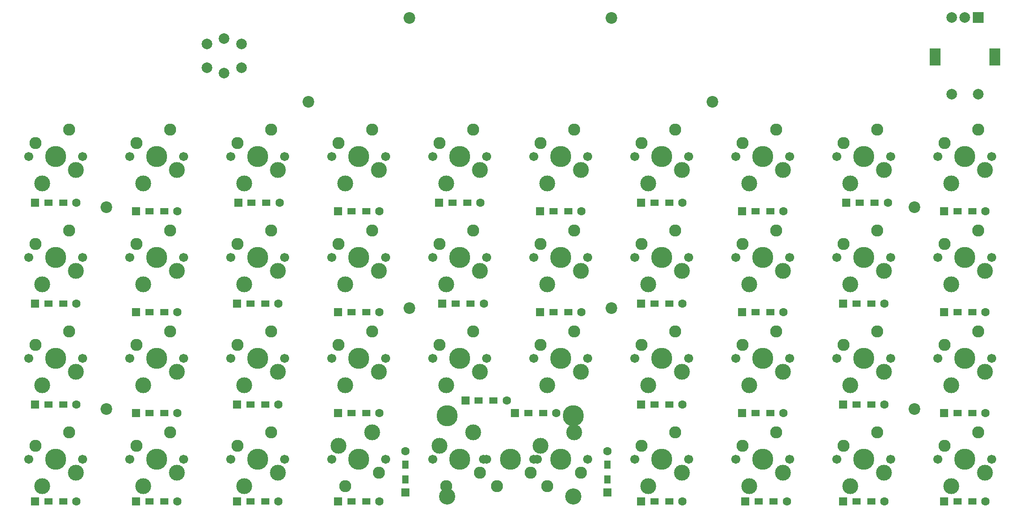
<source format=gbr>
G04 #@! TF.GenerationSoftware,KiCad,Pcbnew,(6.0.4-0)*
G04 #@! TF.CreationDate,2022-05-09T18:43:37-05:00*
G04 #@! TF.ProjectId,freaku4X,66726561-6b75-4345-982e-6b696361645f,rev?*
G04 #@! TF.SameCoordinates,Original*
G04 #@! TF.FileFunction,Soldermask,Top*
G04 #@! TF.FilePolarity,Negative*
%FSLAX46Y46*%
G04 Gerber Fmt 4.6, Leading zero omitted, Abs format (unit mm)*
G04 Created by KiCad (PCBNEW (6.0.4-0)) date 2022-05-09 18:43:37*
%MOMM*%
%LPD*%
G01*
G04 APERTURE LIST*
%ADD10C,2.200000*%
%ADD11C,3.000000*%
%ADD12C,1.701800*%
%ADD13C,3.987800*%
%ADD14C,2.286000*%
%ADD15C,2.000000*%
%ADD16C,3.048000*%
%ADD17R,2.000000X2.000000*%
%ADD18R,2.000000X3.200000*%
%ADD19R,1.600000X1.200000*%
%ADD20R,1.600000X1.600000*%
%ADD21C,1.600000*%
%ADD22R,1.200000X1.600000*%
G04 APERTURE END LIST*
D10*
G04 #@! TO.C,H8*
X227012500Y-123825000D03*
G04 #@! TD*
D11*
G04 #@! TO.C,SW13*
X87947500Y-97790000D03*
D12*
X89217500Y-95250000D03*
D11*
X81597500Y-100330000D03*
D12*
X79057500Y-95250000D03*
D13*
X84137500Y-95250000D03*
D14*
X86677500Y-90170000D03*
X80327500Y-92710000D03*
G04 #@! TD*
D10*
G04 #@! TO.C,H2*
X169862500Y-50006250D03*
G04 #@! TD*
D11*
G04 #@! TO.C,SW16*
X145097500Y-97790000D03*
D12*
X136207500Y-95250000D03*
D11*
X138747500Y-100330000D03*
D12*
X146367500Y-95250000D03*
D13*
X141287500Y-95250000D03*
D14*
X143827500Y-90170000D03*
X137477500Y-92710000D03*
G04 #@! TD*
D12*
G04 #@! TO.C,SW9*
X203517500Y-76200000D03*
X193357500Y-76200000D03*
D11*
X195897500Y-81280000D03*
X202247500Y-78740000D03*
D13*
X198437500Y-76200000D03*
D14*
X200977500Y-71120000D03*
X194627500Y-73660000D03*
G04 #@! TD*
D12*
G04 #@! TO.C,SW40*
X212407500Y-133350000D03*
D13*
X217487500Y-133350000D03*
D11*
X221297500Y-135890000D03*
D12*
X222567500Y-133350000D03*
D11*
X214947500Y-138430000D03*
D14*
X220027500Y-128270000D03*
X213677500Y-130810000D03*
G04 #@! TD*
D12*
G04 #@! TO.C,SW41*
X241617500Y-133350000D03*
D11*
X240347500Y-135890000D03*
X233997500Y-138430000D03*
D12*
X231457500Y-133350000D03*
D13*
X236537500Y-133350000D03*
D14*
X239077500Y-128270000D03*
X232727500Y-130810000D03*
G04 #@! TD*
D10*
G04 #@! TO.C,H6*
X169862500Y-104775000D03*
G04 #@! TD*
G04 #@! TO.C,H1*
X188912500Y-65881250D03*
G04 #@! TD*
G04 #@! TO.C,H3*
X74612500Y-85725000D03*
G04 #@! TD*
D12*
G04 #@! TO.C,SW21*
X231457500Y-95250000D03*
X241617500Y-95250000D03*
D11*
X233997500Y-100330000D03*
X240347500Y-97790000D03*
D13*
X236537500Y-95250000D03*
D14*
X239077500Y-90170000D03*
X232727500Y-92710000D03*
G04 #@! TD*
D11*
G04 #@! TO.C,SW14*
X106997500Y-97790000D03*
D13*
X103187500Y-95250000D03*
D12*
X98107500Y-95250000D03*
D11*
X100647500Y-100330000D03*
D12*
X108267500Y-95250000D03*
D14*
X105727500Y-90170000D03*
X99377500Y-92710000D03*
G04 #@! TD*
D11*
G04 #@! TO.C,SW37*
X156527500Y-130810000D03*
X162877500Y-128270000D03*
D12*
X165417500Y-133350000D03*
X155257500Y-133350000D03*
D13*
X160337500Y-133350000D03*
D14*
X157797500Y-138430000D03*
X164147500Y-135890000D03*
G04 #@! TD*
D11*
G04 #@! TO.C,SW28*
X176847500Y-119380000D03*
D13*
X179387500Y-114300000D03*
D11*
X183197500Y-116840000D03*
D12*
X174307500Y-114300000D03*
X184467500Y-114300000D03*
D14*
X181927500Y-109220000D03*
X175577500Y-111760000D03*
G04 #@! TD*
D12*
G04 #@! TO.C,SW23*
X89217500Y-114300000D03*
D11*
X81597500Y-119380000D03*
X87947500Y-116840000D03*
D12*
X79057500Y-114300000D03*
D13*
X84137500Y-114300000D03*
D14*
X86677500Y-109220000D03*
X80327500Y-111760000D03*
G04 #@! TD*
D11*
G04 #@! TO.C,SW6*
X145097500Y-78740000D03*
D13*
X141287500Y-76200000D03*
D12*
X146367500Y-76200000D03*
X136207500Y-76200000D03*
D11*
X138747500Y-81280000D03*
D14*
X143827500Y-71120000D03*
X137477500Y-73660000D03*
G04 #@! TD*
D10*
G04 #@! TO.C,H4*
X227012500Y-85725000D03*
G04 #@! TD*
D12*
G04 #@! TO.C,SW30*
X212407500Y-114300000D03*
X222567500Y-114300000D03*
D11*
X214947500Y-119380000D03*
D13*
X217487500Y-114300000D03*
D11*
X221297500Y-116840000D03*
D14*
X220027500Y-109220000D03*
X213677500Y-111760000D03*
G04 #@! TD*
D11*
G04 #@! TO.C,SW22*
X62547500Y-119380000D03*
X68897500Y-116840000D03*
D12*
X70167500Y-114300000D03*
D13*
X65087500Y-114300000D03*
D12*
X60007500Y-114300000D03*
D14*
X67627500Y-109220000D03*
X61277500Y-111760000D03*
G04 #@! TD*
D11*
G04 #@! TO.C,SW11*
X233997500Y-81280000D03*
D13*
X236537500Y-76200000D03*
D12*
X241617500Y-76200000D03*
X231457500Y-76200000D03*
D11*
X240347500Y-78740000D03*
D14*
X239077500Y-71120000D03*
X232727500Y-73660000D03*
G04 #@! TD*
D12*
G04 #@! TO.C,SW32*
X60007500Y-133350000D03*
D13*
X65087500Y-133350000D03*
D11*
X68897500Y-135890000D03*
X62547500Y-138430000D03*
D12*
X70167500Y-133350000D03*
D14*
X67627500Y-128270000D03*
X61277500Y-130810000D03*
G04 #@! TD*
D11*
G04 #@! TO.C,SW7*
X164147500Y-78740000D03*
D13*
X160337500Y-76200000D03*
D12*
X165417500Y-76200000D03*
X155257500Y-76200000D03*
D11*
X157797500Y-81280000D03*
D14*
X162877500Y-71120000D03*
X156527500Y-73660000D03*
G04 #@! TD*
D13*
G04 #@! TO.C,SW38*
X179387500Y-133350000D03*
D11*
X183197500Y-135890000D03*
X176847500Y-138430000D03*
D12*
X184467500Y-133350000D03*
X174307500Y-133350000D03*
D14*
X181927500Y-128270000D03*
X175577500Y-130810000D03*
G04 #@! TD*
D13*
G04 #@! TO.C,SW36*
X141287500Y-133350000D03*
D11*
X137477500Y-130810000D03*
X143827500Y-128270000D03*
D12*
X136207500Y-133350000D03*
X146367500Y-133350000D03*
D14*
X138747500Y-138430000D03*
X145097500Y-135890000D03*
G04 #@! TD*
D10*
G04 #@! TO.C,H7*
X74612500Y-123825000D03*
G04 #@! TD*
D11*
G04 #@! TO.C,SW35*
X118427500Y-130810000D03*
D12*
X117157500Y-133350000D03*
D11*
X124777500Y-128270000D03*
D12*
X127317500Y-133350000D03*
D13*
X122237500Y-133350000D03*
D14*
X119697500Y-138430000D03*
X126047500Y-135890000D03*
G04 #@! TD*
D13*
G04 #@! TO.C,SW26*
X141287500Y-114300000D03*
D11*
X145097500Y-116840000D03*
X138747500Y-119380000D03*
D12*
X146367500Y-114300000D03*
X136207500Y-114300000D03*
D14*
X143827500Y-109220000D03*
X137477500Y-111760000D03*
G04 #@! TD*
D12*
G04 #@! TO.C,SW25*
X117157500Y-114300000D03*
D11*
X119697500Y-119380000D03*
X126047500Y-116840000D03*
D13*
X122237500Y-114300000D03*
D12*
X127317500Y-114300000D03*
D14*
X124777500Y-109220000D03*
X118427500Y-111760000D03*
G04 #@! TD*
D10*
G04 #@! TO.C,H5*
X131762500Y-104775000D03*
G04 #@! TD*
D11*
G04 #@! TO.C,SW18*
X176847500Y-100330000D03*
D12*
X174307500Y-95250000D03*
D13*
X179387500Y-95250000D03*
D12*
X184467500Y-95250000D03*
D11*
X183197500Y-97790000D03*
D14*
X181927500Y-90170000D03*
X175577500Y-92710000D03*
G04 #@! TD*
D15*
G04 #@! TO.C,SW43*
X96837500Y-53900000D03*
X96837500Y-60400000D03*
G04 #@! TD*
D12*
G04 #@! TO.C,SW20*
X212407500Y-95250000D03*
X222567500Y-95250000D03*
D13*
X217487500Y-95250000D03*
D11*
X221297500Y-97790000D03*
X214947500Y-100330000D03*
D14*
X220027500Y-90170000D03*
X213677500Y-92710000D03*
G04 #@! TD*
D11*
G04 #@! TO.C,SW19*
X202247500Y-97790000D03*
D12*
X203517500Y-95250000D03*
D13*
X198437500Y-95250000D03*
D11*
X195897500Y-100330000D03*
D12*
X193357500Y-95250000D03*
D14*
X200977500Y-90170000D03*
X194627500Y-92710000D03*
G04 #@! TD*
D16*
G04 #@! TO.C,REF\u002A\u002A*
X162712500Y-140335000D03*
D13*
X162712500Y-125095000D03*
D16*
X138912500Y-140335000D03*
D13*
X138912500Y-125095000D03*
G04 #@! TD*
D11*
G04 #@! TO.C,SW17*
X157797500Y-100330000D03*
D13*
X160337500Y-95250000D03*
D12*
X165417500Y-95250000D03*
D11*
X164147500Y-97790000D03*
D12*
X155257500Y-95250000D03*
D14*
X162877500Y-90170000D03*
X156527500Y-92710000D03*
G04 #@! TD*
D11*
G04 #@! TO.C,SW12*
X68897500Y-97790000D03*
D13*
X65087500Y-95250000D03*
D12*
X60007500Y-95250000D03*
X70167500Y-95250000D03*
D11*
X62547500Y-100330000D03*
D14*
X67627500Y-90170000D03*
X61277500Y-92710000D03*
G04 #@! TD*
D11*
G04 #@! TO.C,SW3*
X87947500Y-78740000D03*
D13*
X84137500Y-76200000D03*
D12*
X89217500Y-76200000D03*
D11*
X81597500Y-81280000D03*
D12*
X79057500Y-76200000D03*
D14*
X86677500Y-71120000D03*
X80327500Y-73660000D03*
G04 #@! TD*
D12*
G04 #@! TO.C,SW2*
X60007500Y-76200000D03*
D11*
X62547500Y-81280000D03*
D13*
X65087500Y-76200000D03*
D12*
X70167500Y-76200000D03*
D11*
X68897500Y-78740000D03*
D14*
X67627500Y-71120000D03*
X61277500Y-73660000D03*
G04 #@! TD*
D13*
G04 #@! TO.C,SW5*
X122237500Y-76200000D03*
D12*
X117157500Y-76200000D03*
D11*
X119697500Y-81280000D03*
D12*
X127317500Y-76200000D03*
D11*
X126047500Y-78740000D03*
D14*
X124777500Y-71120000D03*
X118427500Y-73660000D03*
G04 #@! TD*
D12*
G04 #@! TO.C,SW44*
X145732500Y-133350000D03*
D13*
X150812500Y-133350000D03*
D12*
X155892500Y-133350000D03*
D14*
X148272500Y-138430000D03*
X154622500Y-135890000D03*
G04 #@! TD*
D12*
G04 #@! TO.C,SW33*
X79057500Y-133350000D03*
D11*
X87947500Y-135890000D03*
D13*
X84137500Y-133350000D03*
D11*
X81597500Y-138430000D03*
D12*
X89217500Y-133350000D03*
D14*
X86677500Y-128270000D03*
X80327500Y-130810000D03*
G04 #@! TD*
D10*
G04 #@! TO.C,H2*
X131762500Y-50006250D03*
G04 #@! TD*
D12*
G04 #@! TO.C,SW4*
X98107500Y-76200000D03*
X108267500Y-76200000D03*
D13*
X103187500Y-76200000D03*
D11*
X106997500Y-78740000D03*
X100647500Y-81280000D03*
D14*
X105727500Y-71120000D03*
X99377500Y-73660000D03*
G04 #@! TD*
D11*
G04 #@! TO.C,SW24*
X106997500Y-116840000D03*
D12*
X98107500Y-114300000D03*
X108267500Y-114300000D03*
D11*
X100647500Y-119380000D03*
D13*
X103187500Y-114300000D03*
D14*
X105727500Y-109220000D03*
X99377500Y-111760000D03*
G04 #@! TD*
D17*
G04 #@! TO.C,SW1*
X239037500Y-49900000D03*
D15*
X234037500Y-49900000D03*
X236537500Y-49900000D03*
D18*
X242137500Y-57400000D03*
X230937500Y-57400000D03*
D15*
X234037500Y-64400000D03*
X239037500Y-64400000D03*
G04 #@! TD*
D12*
G04 #@! TO.C,SW10*
X222567500Y-76200000D03*
D11*
X214947500Y-81280000D03*
D12*
X212407500Y-76200000D03*
D13*
X217487500Y-76200000D03*
D11*
X221297500Y-78740000D03*
D14*
X220027500Y-71120000D03*
X213677500Y-73660000D03*
G04 #@! TD*
D12*
G04 #@! TO.C,SW8*
X184467500Y-76200000D03*
D13*
X179387500Y-76200000D03*
D12*
X174307500Y-76200000D03*
D11*
X183197500Y-78740000D03*
X176847500Y-81280000D03*
D14*
X181927500Y-71120000D03*
X175577500Y-73660000D03*
G04 #@! TD*
D11*
G04 #@! TO.C,SW29*
X195897500Y-119380000D03*
X202247500Y-116840000D03*
D13*
X198437500Y-114300000D03*
D12*
X203517500Y-114300000D03*
X193357500Y-114300000D03*
D14*
X200977500Y-109220000D03*
X194627500Y-111760000D03*
G04 #@! TD*
D11*
G04 #@! TO.C,SW39*
X195897500Y-138430000D03*
D12*
X193357500Y-133350000D03*
D13*
X198437500Y-133350000D03*
D12*
X203517500Y-133350000D03*
D11*
X202247500Y-135890000D03*
D14*
X200977500Y-128270000D03*
X194627500Y-130810000D03*
G04 #@! TD*
D12*
G04 #@! TO.C,SW31*
X231457500Y-114300000D03*
D11*
X233997500Y-119380000D03*
D12*
X241617500Y-114300000D03*
D11*
X240347500Y-116840000D03*
D13*
X236537500Y-114300000D03*
D14*
X239077500Y-109220000D03*
X232727500Y-111760000D03*
G04 #@! TD*
D11*
G04 #@! TO.C,SW27*
X164147500Y-116840000D03*
D12*
X155257500Y-114300000D03*
X165417500Y-114300000D03*
D11*
X157797500Y-119380000D03*
D13*
X160337500Y-114300000D03*
D14*
X162877500Y-109220000D03*
X156527500Y-111760000D03*
G04 #@! TD*
D12*
G04 #@! TO.C,SW34*
X98107500Y-133350000D03*
D11*
X106997500Y-135890000D03*
X100647500Y-138430000D03*
D13*
X103187500Y-133350000D03*
D12*
X108267500Y-133350000D03*
D14*
X105727500Y-128270000D03*
X99377500Y-130810000D03*
G04 #@! TD*
D12*
G04 #@! TO.C,SW15*
X127317500Y-95250000D03*
D11*
X126047500Y-97790000D03*
D13*
X122237500Y-95250000D03*
D12*
X117157500Y-95250000D03*
D11*
X119697500Y-100330000D03*
D14*
X124777500Y-90170000D03*
X118427500Y-92710000D03*
G04 #@! TD*
D10*
G04 #@! TO.C,H2*
X112712500Y-65881250D03*
G04 #@! TD*
D19*
G04 #@! TO.C,D22*
X101787500Y-123031250D03*
D20*
X99287500Y-123031250D03*
D19*
X104587500Y-123031250D03*
D21*
X107087500Y-123031250D03*
G04 #@! TD*
D20*
G04 #@! TO.C,D15*
X213587500Y-103981250D03*
D19*
X216087500Y-103981250D03*
D21*
X221387500Y-103981250D03*
D19*
X218887500Y-103981250D03*
G04 #@! TD*
D20*
G04 #@! TO.C,D1*
X61187500Y-84931250D03*
D19*
X63687500Y-84931250D03*
X66487500Y-84931250D03*
D21*
X68987500Y-84931250D03*
G04 #@! TD*
D20*
G04 #@! TO.C,D19*
X194537500Y-105568750D03*
D19*
X197037500Y-105568750D03*
X199837500Y-105568750D03*
D21*
X202337500Y-105568750D03*
G04 #@! TD*
D20*
G04 #@! TO.C,D7*
X118337500Y-86518750D03*
D19*
X120837500Y-86518750D03*
X123637500Y-86518750D03*
D21*
X126137500Y-86518750D03*
G04 #@! TD*
D20*
G04 #@! TO.C,D29*
X194537500Y-124618750D03*
D19*
X197037500Y-124618750D03*
D21*
X202337500Y-124618750D03*
D19*
X199837500Y-124618750D03*
G04 #@! TD*
D20*
G04 #@! TO.C,D26*
X80237500Y-124618750D03*
D19*
X82737500Y-124618750D03*
X85537500Y-124618750D03*
D21*
X88037500Y-124618750D03*
G04 #@! TD*
D19*
G04 #@! TO.C,D8*
X158937500Y-86518750D03*
D20*
X156437500Y-86518750D03*
D19*
X161737500Y-86518750D03*
D21*
X164237500Y-86518750D03*
G04 #@! TD*
D19*
G04 #@! TO.C,D34*
X177987500Y-141287500D03*
D20*
X175487500Y-141287500D03*
D19*
X180787500Y-141287500D03*
D21*
X183287500Y-141287500D03*
G04 #@! TD*
D19*
G04 #@! TO.C,D14*
X177987500Y-103981250D03*
D20*
X175487500Y-103981250D03*
D21*
X183287500Y-103981250D03*
D19*
X180787500Y-103981250D03*
G04 #@! TD*
D20*
G04 #@! TO.C,D11*
X61187500Y-103981250D03*
D19*
X63687500Y-103981250D03*
X66487500Y-103981250D03*
D21*
X68987500Y-103981250D03*
G04 #@! TD*
D20*
G04 #@! TO.C,D37*
X118337500Y-141287500D03*
D19*
X120837500Y-141287500D03*
D21*
X126137500Y-141287500D03*
D19*
X123637500Y-141287500D03*
G04 #@! TD*
G04 #@! TO.C,D35*
X216087500Y-141287500D03*
D20*
X213587500Y-141287500D03*
D19*
X218887500Y-141287500D03*
D21*
X221387500Y-141287500D03*
G04 #@! TD*
D20*
G04 #@! TO.C,D25*
X213587500Y-123031250D03*
D19*
X216087500Y-123031250D03*
D21*
X221387500Y-123031250D03*
D19*
X218887500Y-123031250D03*
G04 #@! TD*
D20*
G04 #@! TO.C,D5*
X214193750Y-84931250D03*
D19*
X216693750Y-84931250D03*
X219493750Y-84931250D03*
D21*
X221993750Y-84931250D03*
G04 #@! TD*
D19*
G04 #@! TO.C,D39*
X197643750Y-141287500D03*
D20*
X195143750Y-141287500D03*
D21*
X202943750Y-141287500D03*
D19*
X200443750Y-141287500D03*
G04 #@! TD*
D20*
G04 #@! TO.C,D31*
X61187500Y-141287500D03*
D19*
X63687500Y-141287500D03*
D21*
X68987500Y-141287500D03*
D19*
X66487500Y-141287500D03*
G04 #@! TD*
G04 #@! TO.C,D10*
X235137500Y-86518750D03*
D20*
X232637500Y-86518750D03*
D21*
X240437500Y-86518750D03*
D19*
X237937500Y-86518750D03*
G04 #@! TD*
D20*
G04 #@! TO.C,D24*
X175487500Y-123031250D03*
D19*
X177987500Y-123031250D03*
D21*
X183287500Y-123031250D03*
D19*
X180787500Y-123031250D03*
G04 #@! TD*
G04 #@! TO.C,D23*
X144837500Y-122237500D03*
D20*
X142337500Y-122237500D03*
D21*
X150137500Y-122237500D03*
D19*
X147637500Y-122237500D03*
G04 #@! TD*
D20*
G04 #@! TO.C,D13*
X137993750Y-103981250D03*
D19*
X140493750Y-103981250D03*
X143293750Y-103981250D03*
D21*
X145793750Y-103981250D03*
G04 #@! TD*
D19*
G04 #@! TO.C,D16*
X82737500Y-105568750D03*
D20*
X80237500Y-105568750D03*
D19*
X85537500Y-105568750D03*
D21*
X88037500Y-105568750D03*
G04 #@! TD*
D20*
G04 #@! TO.C,D27*
X118337500Y-124618750D03*
D19*
X120837500Y-124618750D03*
X123637500Y-124618750D03*
D21*
X126137500Y-124618750D03*
G04 #@! TD*
D19*
G04 #@! TO.C,D40*
X235137500Y-141287500D03*
D20*
X232637500Y-141287500D03*
D19*
X237937500Y-141287500D03*
D21*
X240437500Y-141287500D03*
G04 #@! TD*
D20*
G04 #@! TO.C,D20*
X232637500Y-105568750D03*
D19*
X235137500Y-105568750D03*
D21*
X240437500Y-105568750D03*
D19*
X237937500Y-105568750D03*
G04 #@! TD*
D15*
G04 #@! TO.C,SW42*
X100087500Y-54900000D03*
X93587500Y-54900000D03*
X100087500Y-59400000D03*
X93587500Y-59400000D03*
G04 #@! TD*
D20*
G04 #@! TO.C,D4*
X175487500Y-84931250D03*
D19*
X177987500Y-84931250D03*
D21*
X183287500Y-84931250D03*
D19*
X180787500Y-84931250D03*
G04 #@! TD*
D22*
G04 #@! TO.C,D33*
X130968750Y-137131250D03*
D20*
X130968750Y-139631250D03*
D22*
X130968750Y-134331250D03*
D21*
X130968750Y-131831250D03*
G04 #@! TD*
D20*
G04 #@! TO.C,D28*
X151675000Y-124618750D03*
D19*
X154175000Y-124618750D03*
X156975000Y-124618750D03*
D21*
X159475000Y-124618750D03*
G04 #@! TD*
D19*
G04 #@! TO.C,D32*
X101787500Y-141287500D03*
D20*
X99287500Y-141287500D03*
D19*
X104587500Y-141287500D03*
D21*
X107087500Y-141287500D03*
G04 #@! TD*
D20*
G04 #@! TO.C,D30*
X232637500Y-124618750D03*
D19*
X235137500Y-124618750D03*
X237937500Y-124618750D03*
D21*
X240437500Y-124618750D03*
G04 #@! TD*
D19*
G04 #@! TO.C,D2*
X101975000Y-84931250D03*
D20*
X99475000Y-84931250D03*
D19*
X104775000Y-84931250D03*
D21*
X107275000Y-84931250D03*
G04 #@! TD*
D20*
G04 #@! TO.C,D17*
X118337500Y-105568750D03*
D19*
X120837500Y-105568750D03*
X123637500Y-105568750D03*
D21*
X126137500Y-105568750D03*
G04 #@! TD*
D19*
G04 #@! TO.C,D6*
X82737500Y-86518750D03*
D20*
X80237500Y-86518750D03*
D21*
X88037500Y-86518750D03*
D19*
X85537500Y-86518750D03*
G04 #@! TD*
G04 #@! TO.C,D9*
X197037500Y-86518750D03*
D20*
X194537500Y-86518750D03*
D21*
X202337500Y-86518750D03*
D19*
X199837500Y-86518750D03*
G04 #@! TD*
G04 #@! TO.C,D36*
X82737500Y-141287500D03*
D20*
X80237500Y-141287500D03*
D19*
X85537500Y-141287500D03*
D21*
X88037500Y-141287500D03*
G04 #@! TD*
D22*
G04 #@! TO.C,D38*
X169068750Y-137131250D03*
D20*
X169068750Y-139631250D03*
D22*
X169068750Y-134331250D03*
D21*
X169068750Y-131831250D03*
G04 #@! TD*
D19*
G04 #@! TO.C,D21*
X63687500Y-123031250D03*
D20*
X61187500Y-123031250D03*
D19*
X66487500Y-123031250D03*
D21*
X68987500Y-123031250D03*
G04 #@! TD*
D20*
G04 #@! TO.C,D3*
X137387500Y-84931250D03*
D19*
X139887500Y-84931250D03*
D21*
X145187500Y-84931250D03*
D19*
X142687500Y-84931250D03*
G04 #@! TD*
D20*
G04 #@! TO.C,D12*
X99287500Y-103981250D03*
D19*
X101787500Y-103981250D03*
X104587500Y-103981250D03*
D21*
X107087500Y-103981250D03*
G04 #@! TD*
D20*
G04 #@! TO.C,D18*
X156437500Y-105568750D03*
D19*
X158937500Y-105568750D03*
D21*
X164237500Y-105568750D03*
D19*
X161737500Y-105568750D03*
G04 #@! TD*
M02*

</source>
